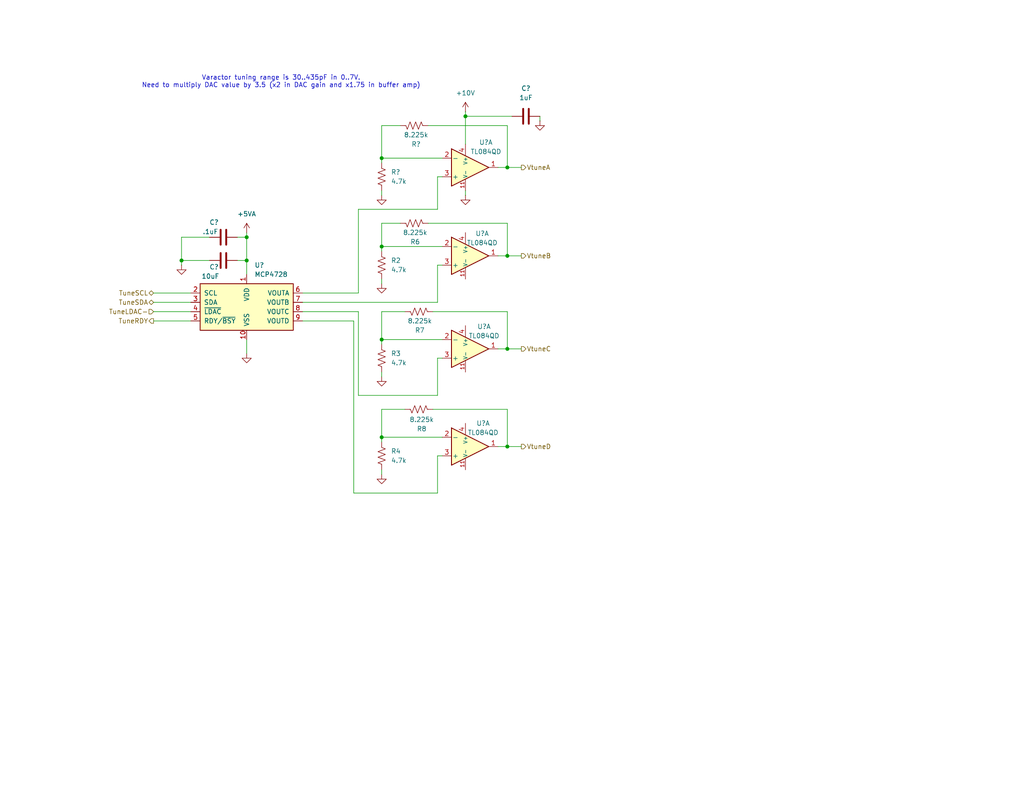
<source format=kicad_sch>
(kicad_sch (version 20250114) (generator "eeschema") (generator_version "9.0")
  (paper "A")
  (title_block (title "Tuning DAC") (date "2025-03-23") (company "SoftShack") (comment 1 "Alan Mimms") (comment 2 "WB7NAB"))
  (lib_symbols
    (symbol "Analog_DAC:MCP4728" (pin_names (offset 1.016))
      (property "Reference" "U" (at -12.7 6.35 0))
      (property "Value" "MCP4728" (at 12.7 6.35 0))
      (symbol "MCP4728_0_1"
        (rectangle (start -12.7 5.08) (end 12.7 -7.62) (stroke (width 0.254)) (fill (type background)))
      )
      (symbol "MCP4728_1_1"
        (pin input line (at -15.24 2.54 0) (length 2.54) (name "SCL") (number "2"))
        (pin bidirectional line (at -15.24 0 0) (length 2.54) (name "SDA") (number "3"))
        (pin input line (at -15.24 -2.54 0) (length 2.54) (name "~{LDAC}") (number "4"))
        (pin output line (at -15.24 -5.08 0) (length 2.54) (name "RDY/~{BSY}") (number "5"))
        (pin power_in line (at 0 7.62 270) (length 2.54) (name "VDD") (number "1"))
        (pin power_in line (at 0 -10.16 90) (length 2.54) (name "VSS") (number "10"))
        (pin output line (at 15.24 2.54 180) (length 2.54) (name "VOUTA") (number "6"))
        (pin output line (at 15.24 0 180) (length 2.54) (name "VOUTB") (number "7"))
        (pin output line (at 15.24 -2.54 180) (length 2.54) (name "VOUTC") (number "8"))
        (pin output line (at 15.24 -5.08 180) (length 2.54) (name "VOUTD") (number "9"))
      )
    )
    (symbol "Device:C" (pin_numbers (hide yes)) (pin_names (offset 0.254))
      (property "Reference" "C" (at 0.635 2.54 0))
      (property "Value" "C" (at 0.635 -2.54 0))
      (symbol "C_0_1"
        (polyline (pts (xy -2.032 0.762) (xy 2.032 0.762)) (stroke (width 0.508)))
        (polyline (pts (xy -2.032 -0.762) (xy 2.032 -0.762)) (stroke (width 0.508)))
      )
      (symbol "C_1_1"
        (pin passive line (at 0 3.81 270) (length 2.794) (name "~") (number "1"))
        (pin passive line (at 0 -3.81 90) (length 2.794) (name "~") (number "2"))
      )
    )
    (symbol "Device:R_US" (pin_numbers (hide yes)) (pin_names (offset 0))
      (property "Reference" "R" (at 2.54 0 90))
      (property "Value" "R_US" (at -2.54 0 90))
      (symbol "R_US_0_1"
        (polyline (pts (xy 0 2.286) (xy 0 2.54)))
        (polyline (pts (xy 0 2.286) (xy 1.016 1.905) (xy 0 1.524) (xy -1.016 1.143) (xy 0 0.762)))
        (polyline (pts (xy 0 0.762) (xy 1.016 0.381) (xy 0 0) (xy -1.016 -0.381) (xy 0 -0.762)))
        (polyline (pts (xy 0 -0.762) (xy 1.016 -1.143) (xy 0 -1.524) (xy -1.016 -1.905) (xy 0 -2.286)))
        (polyline (pts (xy 0 -2.286) (xy 0 -2.54)))
      )
      (symbol "R_US_1_1"
        (pin passive line (at 0 3.81 270) (length 1.27) (name "~") (number "1"))
        (pin passive line (at 0 -3.81 90) (length 1.27) (name "~") (number "2"))
      )
    )
    (symbol "PCM_Amplifier_Operational_AKL:TL084QD" (pin_names (offset 0.2))
      (property "Reference" "U" (at 1.27 7.62 0))
      (property "Value" "TL084QD" (at 1.27 5.08 0))
      (symbol "TL084QD_0_1"
        (polyline (pts (xy -3.81 5.08) (xy -3.81 -5.08) (xy 6.35 0) (xy -3.81 5.08)) (stroke (width 0.254)) (fill (type background)))
      )
      (symbol "TL084QD_1_1"
        (pin input line (at -6.35 2.54 0) (length 2.54) (name "-") (number "2"))
        (pin input line (at -6.35 -2.54 0) (length 2.54) (name "+") (number "3"))
        (pin power_in line (at 0 6.35 270) (length 3.18) (name "V+") (number "4"))
        (pin power_in line (at 0 -6.35 90) (length 3.18) (name "V-") (number "11"))
        (pin output line (at 8.89 0 180) (length 2.54) (name "~") (number "1"))
      )
      (symbol "TL084QD_2_1"
        (pin input line (at -6.35 2.54 0) (length 2.54) (name "-") (number "6"))
        (pin input line (at -6.35 -2.54 0) (length 2.54) (name "+") (number "5"))
        (pin output line (at 8.89 0 180) (length 2.54) (name "~") (number "7"))
      )
      (symbol "TL084QD_3_1"
        (pin input line (at -6.35 2.54 0) (length 2.54) (name "-") (number "9"))
        (pin input line (at -6.35 -2.54 0) (length 2.54) (name "+") (number "10"))
        (pin output line (at 8.89 0 180) (length 2.54) (name "~") (number "8"))
      )
      (symbol "TL084QD_4_1"
        (pin input line (at -6.35 2.54 0) (length 2.54) (name "-") (number "13"))
        (pin input line (at -6.35 -2.54 0) (length 2.54) (name "+") (number "12"))
        (pin output line (at 8.89 0 180) (length 2.54) (name "~") (number "14"))
      )
    )
    (symbol "power:+10V" (power) (pin_numbers (hide yes)) (pin_names (offset 0) (hide yes))
      (property "Value" "+10V" (at 0 3.556 0))
      (symbol "+10V_0_1"
        (polyline (pts (xy -0.762 1.27) (xy 0 2.54)))
        (polyline (pts (xy 0 2.54) (xy 0.762 1.27)))
        (polyline (pts (xy 0 0) (xy 0 2.54)))
      )
      (symbol "+10V_1_1"
        (pin power_in line (at 0 0 90) (length 0) (name "~") (number "1"))
      )
    )
    (symbol "power:+5VA" (power) (pin_numbers (hide yes)) (pin_names (offset 0) (hide yes))
      (property "Value" "+5VA" (at 0 3.556 0))
      (symbol "+5VA_0_1"
        (polyline (pts (xy -0.762 1.27) (xy 0 2.54)))
        (polyline (pts (xy 0 2.54) (xy 0.762 1.27)))
        (polyline (pts (xy 0 0) (xy 0 2.54)))
      )
      (symbol "+5VA_1_1"
        (pin power_in line (at 0 0 90) (length 0) (name "~") (number "1"))
      )
    )
    (symbol "power:GND" (power) (pin_numbers (hide yes)) (pin_names (offset 0) (hide yes))
      (property "Value" "GND" (at 0 -3.81 0))
      (symbol "GND_0_1"
        (polyline (pts (xy 0 0) (xy 0 -1.27) (xy 1.27 -1.27) (xy 0 -2.54) (xy -1.27 -1.27) (xy 0 -1.27)))
      )
      (symbol "GND_1_1"
        (pin power_in line (at 0 0 270) (length 0) (name "~") (number "1"))
      )
    )
  )
  (text "Varactor tuning range is 30..435pF in 0..7V.\nNeed to multiply DAC value by 3.5 (x2 in DAC gain and x1.75 in buffer amp)" (at 76.708 22.352 0) (effects (font (size 1.27 1.27))))
  (junction (at 127 31.75))
  (junction (at 67.31 64.77))
  (junction (at 104.14 92.71))
  (junction (at 138.43 95.25))
  (junction (at 67.31 71.12))
  (junction (at 138.43 121.92))
  (junction (at 104.14 67.31))
  (junction (at 138.43 45.72))
  (junction (at 104.14 119.38))
  (junction (at 49.53 71.12))
  (junction (at 104.14 43.18))
  (junction (at 138.43 69.85))
  (wire (pts (xy 104.14 101.6) (xy 104.14 102.87)))
  (wire (pts (xy 104.14 76.2) (xy 104.14 77.47)))
  (wire (pts (xy 97.79 57.15) (xy 97.79 80.01)))
  (wire (pts (xy 104.14 93.98) (xy 104.14 92.71)))
  (wire (pts (xy 82.55 82.55) (xy 119.38 82.55)))
  (wire (pts (xy 67.31 92.71) (xy 67.31 96.52)))
  (wire (pts (xy 138.43 60.96) (xy 138.43 69.85)))
  (wire (pts (xy 118.11 111.76) (xy 138.43 111.76)))
  (wire (pts (xy 104.14 67.31) (xy 104.14 68.58)))
  (wire (pts (xy 127 31.75) (xy 139.7 31.75)))
  (wire (pts (xy 96.52 87.63) (xy 96.52 134.62)))
  (wire (pts (xy 119.38 57.15) (xy 119.38 48.26)))
  (wire (pts (xy 119.38 124.46) (xy 120.65 124.46)))
  (wire (pts (xy 41.91 85.09) (xy 52.07 85.09)))
  (wire (pts (xy 135.89 121.92) (xy 138.43 121.92)))
  (wire (pts (xy 116.84 34.29) (xy 138.43 34.29)))
  (wire (pts (xy 119.38 134.62) (xy 119.38 124.46)))
  (wire (pts (xy 135.89 95.25) (xy 138.43 95.25)))
  (wire (pts (xy 127 30.48) (xy 127 31.75)))
  (wire (pts (xy 104.14 120.65) (xy 104.14 119.38)))
  (wire (pts (xy 119.38 48.26) (xy 120.65 48.26)))
  (wire (pts (xy 97.79 107.95) (xy 119.38 107.95)))
  (wire (pts (xy 138.43 95.25) (xy 142.24 95.25)))
  (wire (pts (xy 116.84 60.96) (xy 138.43 60.96)))
  (wire (pts (xy 138.43 45.72) (xy 135.89 45.72)))
  (wire (pts (xy 138.43 121.92) (xy 142.24 121.92)))
  (wire (pts (xy 119.38 57.15) (xy 97.79 57.15)))
  (wire (pts (xy 57.15 64.77) (xy 49.53 64.77)))
  (wire (pts (xy 49.53 64.77) (xy 49.53 71.12)))
  (wire (pts (xy 127 52.07) (xy 127 53.34)))
  (wire (pts (xy 104.14 34.29) (xy 104.14 43.18)))
  (wire (pts (xy 64.77 71.12) (xy 67.31 71.12)))
  (wire (pts (xy 104.14 85.09) (xy 104.14 92.71)))
  (wire (pts (xy 119.38 107.95) (xy 119.38 97.79)))
  (wire (pts (xy 67.31 63.5) (xy 67.31 64.77)))
  (wire (pts (xy 41.91 87.63) (xy 52.07 87.63)))
  (wire (pts (xy 104.14 67.31) (xy 120.65 67.31)))
  (wire (pts (xy 110.49 85.09) (xy 104.14 85.09)))
  (wire (pts (xy 49.53 72.39) (xy 49.53 71.12)))
  (wire (pts (xy 104.14 128.27) (xy 104.14 129.54)))
  (wire (pts (xy 109.22 60.96) (xy 104.14 60.96)))
  (wire (pts (xy 96.52 134.62) (xy 119.38 134.62)))
  (wire (pts (xy 135.89 69.85) (xy 138.43 69.85)))
  (wire (pts (xy 104.14 119.38) (xy 120.65 119.38)))
  (wire (pts (xy 138.43 111.76) (xy 138.43 121.92)))
  (wire (pts (xy 82.55 87.63) (xy 96.52 87.63)))
  (wire (pts (xy 104.14 44.45) (xy 104.14 43.18)))
  (wire (pts (xy 104.14 111.76) (xy 104.14 119.38)))
  (wire (pts (xy 147.32 31.75) (xy 147.32 33.02)))
  (wire (pts (xy 104.14 52.07) (xy 104.14 53.34)))
  (wire (pts (xy 138.43 85.09) (xy 138.43 95.25)))
  (wire (pts (xy 104.14 34.29) (xy 109.22 34.29)))
  (wire (pts (xy 118.11 85.09) (xy 138.43 85.09)))
  (wire (pts (xy 104.14 60.96) (xy 104.14 67.31)))
  (wire (pts (xy 138.43 45.72) (xy 142.24 45.72)))
  (wire (pts (xy 138.43 34.29) (xy 138.43 45.72)))
  (wire (pts (xy 67.31 71.12) (xy 67.31 74.93)))
  (wire (pts (xy 104.14 92.71) (xy 120.65 92.71)))
  (wire (pts (xy 41.91 82.55) (xy 52.07 82.55)))
  (wire (pts (xy 119.38 97.79) (xy 120.65 97.79)))
  (wire (pts (xy 49.53 71.12) (xy 57.15 71.12)))
  (wire (pts (xy 97.79 80.01) (xy 82.55 80.01)))
  (wire (pts (xy 104.14 43.18) (xy 120.65 43.18)))
  (wire (pts (xy 97.79 85.09) (xy 97.79 107.95)))
  (wire (pts (xy 138.43 69.85) (xy 142.24 69.85)))
  (wire (pts (xy 119.38 72.39) (xy 120.65 72.39)))
  (wire (pts (xy 110.49 111.76) (xy 104.14 111.76)))
  (wire (pts (xy 119.38 82.55) (xy 119.38 72.39)))
  (wire (pts (xy 67.31 64.77) (xy 67.31 71.12)))
  (wire (pts (xy 64.77 64.77) (xy 67.31 64.77)))
  (wire (pts (xy 82.55 85.09) (xy 97.79 85.09)))
  (wire (pts (xy 127 31.75) (xy 127 39.37)))
  (wire (pts (xy 41.91 80.01) (xy 52.07 80.01)))
  (hierarchical_label "TuneLDAC-" (shape input) (at 41.91 85.09 180))
  (hierarchical_label "VtuneA" (shape output) (at 142.24 45.72 0))
  (hierarchical_label "VtuneC" (shape output) (at 142.24 95.25 0))
  (hierarchical_label "TuneRDY" (shape output) (at 41.91 87.63 180))
  (hierarchical_label "VtuneB" (shape output) (at 142.24 69.85 0))
  (hierarchical_label "VtuneD" (shape output) (at 142.24 121.92 0))
  (hierarchical_label "TuneSCL" (shape bidirectional) (at 41.91 80.01 180))
  (hierarchical_label "TuneSDA" (shape bidirectional) (at 41.91 82.55 180))
  (symbol (lib_id "Device:C") (at 60.96 64.77 90) (unit 1)
    (property "Reference" "C?" (at 58.42 60.706 90))
    (property "Value" ".1uF" (at 57.404 63.246 90))
    (property "Description" "Unpolarized capacitor" (effects (hide yes)))
    (instances (project "USB-SSB-txcvr" (path "" (reference "C?") (unit 1)) (path "" (reference "C4") (unit 1))))
  )
  (symbol (lib_id "Device:R_US") (at 113.03 60.96 90) (mirror x) (unit 1)
    (property "Reference" "R6" (at 113.284 66.04 90))
    (property "Value" "8.225k" (at 113.284 63.5 90))
    (property "Description" "Resistor, US symbol" (effects (hide yes)))
    (instances (project "USB-SSB-txcvr" (path "" (reference "R6") (unit 1)) (path "" (reference "R14") (unit 1))))
  )
  (symbol (lib_id "power:GND") (at 104.14 77.47 0) (unit 1)
    (property "Reference" "#PWR02" (effects (hide yes)))
    (property "Value" "GND" (effects (hide yes)))
    (property "Description" "Power symbol creates a global label with name \"GND\" , ground" (effects (hide yes)))
    (instances (project "USB-SSB-txcvr" (path "" (reference "#PWR02") (unit 1)) (path "" (reference "#PWR015") (unit 1))))
  )
  (symbol (lib_id "Device:R_US") (at 114.3 85.09 90) (mirror x) (unit 1)
    (property "Reference" "R7" (at 114.554 90.17 90))
    (property "Value" "8.225k" (at 114.554 87.63 90))
    (property "Description" "Resistor, US symbol" (effects (hide yes)))
    (instances (project "USB-SSB-txcvr" (path "" (reference "R7") (unit 1)) (path "" (reference "R15") (unit 1))))
  )
  (symbol (lib_id "Device:R_US") (at 104.14 124.46 0) (unit 1)
    (property "Reference" "R4" (at 106.68 123.1899 0) (effects (justify left)))
    (property "Value" "4.7k" (at 106.68 125.7299 0) (effects (justify left)))
    (property "Description" "Resistor, US symbol" (effects (hide yes)))
    (instances (project "USB-SSB-txcvr" (path "" (reference "R4") (unit 1)) (path "" (reference "R12") (unit 1))))
  )
  (symbol (lib_id "Device:R_US") (at 104.14 97.79 0) (unit 1)
    (property "Reference" "R3" (at 106.68 96.5199 0) (effects (justify left)))
    (property "Value" "4.7k" (at 106.68 99.0599 0) (effects (justify left)))
    (property "Description" "Resistor, US symbol" (effects (hide yes)))
    (instances (project "USB-SSB-txcvr" (path "" (reference "R3") (unit 1)) (path "" (reference "R11") (unit 1))))
  )
  (symbol (lib_id "PCM_Amplifier_Operational_AKL:TL084QD") (at 127 45.72 0) (unit 1)
    (property "Reference" "U?" (at 132.588 38.862 0))
    (property "Value" "TL084QD" (at 132.588 41.402 0))
    (property "Footprint" "PCM_Package_SO_AKL:SOIC-14_3.9x8.7mm_P1.27mm" (effects (hide yes)))
    (property "Datasheet" "https://www.ti.com/lit/ds/symlink/tl081h.pdf?ts=1635082419092&ref_url=https%253A%252F%252Fwww.google.com%252F" (effects (hide yes)))
    (property "Description" "SO-14 Quad JFET Operational Amplifier, 9mV Offset, 3MHz GBW, Alternate KiCAD Library" (effects (hide yes)))
    (instances (project "USB-SSB-txcvr" (path "" (reference "U?") (unit 1)) (path "" (reference "U4") (unit 1))))
  )
  (symbol (lib_id "power:GND") (at 147.32 33.02 0) (unit 1)
    (property "Reference" "#PWR07" (effects (hide yes)))
    (property "Value" "GND" (effects (hide yes)))
    (property "Description" "Power symbol creates a global label with name \"GND\" , ground" (effects (hide yes)))
    (instances (project "USB-SSB-txcvr" (path "" (reference "#PWR07") (unit 1)) (path "" (reference "#PWR020") (unit 1))))
  )
  (symbol (lib_id "power:GND") (at 104.14 53.34 0) (unit 1)
    (property "Reference" "#PWR?" (effects (hide yes)))
    (property "Value" "GND" (effects (hide yes)))
    (property "Description" "Power symbol creates a global label with name \"GND\" , ground" (effects (hide yes)))
    (instances (project "USB-SSB-txcvr" (path "" (reference "#PWR?") (unit 1)) (path "" (reference "#PWR014") (unit 1))))
  )
  (symbol (lib_id "PCM_Amplifier_Operational_AKL:TL084QD") (at 127 95.25 0) (unit 1)
    (property "Reference" "U?" (at 132.08 89.154 0))
    (property "Value" "TL084QD" (at 132.08 91.694 0))
    (property "Footprint" "PCM_Package_SO_AKL:SOIC-14_3.9x8.7mm_P1.27mm" (effects (hide yes)))
    (property "Datasheet" "https://www.ti.com/lit/ds/symlink/tl081h.pdf?ts=1635082419092&ref_url=https%253A%252F%252Fwww.google.com%252F" (effects (hide yes)))
    (property "Description" "SO-14 Quad JFET Operational Amplifier, 9mV Offset, 3MHz GBW, Alternate KiCAD Library" (effects (hide yes)))
    (instances (project "USB-SSB-txcvr" (path "" (reference "U?") (unit 1)) (path "" (reference "U4") (unit 3))))
  )
  (symbol (lib_id "Device:R_US") (at 114.3 111.76 90) (mirror x) (unit 1)
    (property "Reference" "R8" (at 115.062 117.094 90))
    (property "Value" "8.225k" (at 115.062 114.554 90))
    (property "Description" "Resistor, US symbol" (effects (hide yes)))
    (instances (project "USB-SSB-txcvr" (path "" (reference "R8") (unit 1)) (path "" (reference "R16") (unit 1))))
  )
  (symbol (lib_id "power:GND") (at 104.14 129.54 0) (unit 1)
    (property "Reference" "#PWR04" (effects (hide yes)))
    (property "Value" "GND" (effects (hide yes)))
    (property "Description" "Power symbol creates a global label with name \"GND\" , ground" (effects (hide yes)))
    (instances (project "USB-SSB-txcvr" (path "" (reference "#PWR04") (unit 1)) (path "" (reference "#PWR017") (unit 1))))
  )
  (symbol (lib_id "Analog_DAC:MCP4728") (at 67.31 82.55 0) (unit 1)
    (property "Reference" "U?" (at 69.4533 72.39 0) (effects (justify left)))
    (property "Value" "MCP4728" (at 69.4533 74.93 0) (effects (justify left)))
    (property "Footprint" "Package_SO:MSOP-10_3x3mm_P0.5mm" (effects (hide yes)))
    (property "Datasheet" "http://ww1.microchip.com/downloads/en/DeviceDoc/22187E.pdf" (effects (hide yes)))
    (property "Description" "12-bit digital to analog converter, quad output, 2.048V internal reference, integrated EEPROM, I2C interface" (effects (hide yes)))
    (instances (project "USB-SSB-txcvr" (path "" (reference "U?") (unit 1)) (path "" (reference "U2") (unit 1))))
  )
  (symbol (lib_id "Device:R_US") (at 104.14 48.26 0) (unit 1)
    (property "Reference" "R?" (at 106.68 46.9899 0) (effects (justify left)))
    (property "Value" "4.7k" (at 106.68 49.5299 0) (effects (justify left)))
    (property "Description" "Resistor, US symbol" (effects (hide yes)))
    (instances (project "USB-SSB-txcvr" (path "" (reference "R?") (unit 1)) (path "" (reference "R9") (unit 1))))
  )
  (symbol (lib_id "power:+10V") (at 127 30.48 0) (unit 1)
    (property "Reference" "#PWR?" (effects (hide yes)))
    (property "Value" "+10V" (at 127 25.4 0))
    (property "Description" "Power symbol creates a global label with name \"+10V\"" (effects (hide yes)))
    (instances (project "USB-SSB-txcvr" (path "" (reference "#PWR?") (unit 1)) (path "" (reference "#PWR018") (unit 1))))
  )
  (symbol (lib_id "PCM_Amplifier_Operational_AKL:TL084QD") (at 127 69.85 0) (unit 1)
    (property "Reference" "U?" (at 131.572 63.754 0))
    (property "Value" "TL084QD" (at 131.572 66.294 0))
    (property "Footprint" "PCM_Package_SO_AKL:SOIC-14_3.9x8.7mm_P1.27mm" (effects (hide yes)))
    (property "Datasheet" "https://www.ti.com/lit/ds/symlink/tl081h.pdf?ts=1635082419092&ref_url=https%253A%252F%252Fwww.google.com%252F" (effects (hide yes)))
    (property "Description" "SO-14 Quad JFET Operational Amplifier, 9mV Offset, 3MHz GBW, Alternate KiCAD Library" (effects (hide yes)))
    (instances (project "USB-SSB-txcvr" (path "" (reference "U?") (unit 1)) (path "" (reference "U4") (unit 2))))
  )
  (symbol (lib_id "power:GND") (at 67.31 96.52 0) (unit 1)
    (property "Reference" "#PWR?" (effects (hide yes)))
    (property "Value" "GND" (effects (hide yes)))
    (property "Description" "Power symbol creates a global label with name \"GND\" , ground" (effects (hide yes)))
    (instances (project "USB-SSB-txcvr" (path "" (reference "#PWR?") (unit 1)) (path "" (reference "#PWR013") (unit 1))))
  )
  (symbol (lib_id "power:GND") (at 127 53.34 0) (unit 1)
    (property "Reference" "#PWR06" (effects (hide yes)))
    (property "Value" "GND" (effects (hide yes)))
    (property "Description" "Power symbol creates a global label with name \"GND\" , ground" (effects (hide yes)))
    (instances (project "USB-SSB-txcvr" (path "" (reference "#PWR06") (unit 1)) (path "" (reference "#PWR019") (unit 1))))
  )
  (symbol (lib_id "Device:R_US") (at 113.03 34.29 90) (mirror x) (unit 1)
    (property "Reference" "R?" (at 113.538 39.37 90))
    (property "Value" "8.225k" (at 113.538 36.83 90))
    (property "Description" "Resistor, US symbol" (effects (hide yes)))
    (instances (project "USB-SSB-txcvr" (path "" (reference "R?") (unit 1)) (path "" (reference "R13") (unit 1))))
  )
  (symbol (lib_id "Device:R_US") (at 104.14 72.39 0) (unit 1)
    (property "Reference" "R2" (at 106.68 71.1199 0) (effects (justify left)))
    (property "Value" "4.7k" (at 106.68 73.6599 0) (effects (justify left)))
    (property "Description" "Resistor, US symbol" (effects (hide yes)))
    (instances (project "USB-SSB-txcvr" (path "" (reference "R2") (unit 1)) (path "" (reference "R10") (unit 1))))
  )
  (symbol (lib_id "power:GND") (at 104.14 102.87 0) (unit 1)
    (property "Reference" "#PWR03" (effects (hide yes)))
    (property "Value" "GND" (effects (hide yes)))
    (property "Description" "Power symbol creates a global label with name \"GND\" , ground" (effects (hide yes)))
    (instances (project "USB-SSB-txcvr" (path "" (reference "#PWR03") (unit 1)) (path "" (reference "#PWR016") (unit 1))))
  )
  (symbol (lib_id "PCM_Amplifier_Operational_AKL:TL084QD") (at 127 121.92 0) (unit 1)
    (property "Reference" "U?" (at 131.826 115.57 0))
    (property "Value" "TL084QD" (at 131.826 118.11 0))
    (property "Footprint" "PCM_Package_SO_AKL:SOIC-14_3.9x8.7mm_P1.27mm" (effects (hide yes)))
    (property "Datasheet" "https://www.ti.com/lit/ds/symlink/tl081h.pdf?ts=1635082419092&ref_url=https%253A%252F%252Fwww.google.com%252F" (effects (hide yes)))
    (property "Description" "SO-14 Quad JFET Operational Amplifier, 9mV Offset, 3MHz GBW, Alternate KiCAD Library" (effects (hide yes)))
    (instances (project "USB-SSB-txcvr" (path "" (reference "U?") (unit 1)) (path "" (reference "U4") (unit 4))))
  )
  (symbol (lib_id "Device:C") (at 60.96 71.12 90) (mirror x) (unit 1)
    (property "Reference" "C?" (at 58.42 72.898 90))
    (property "Value" "10uF" (at 57.404 75.438 90))
    (property "Description" "Unpolarized capacitor" (effects (hide yes)))
    (instances (project "USB-SSB-txcvr" (path "" (reference "C?") (unit 1)) (path "" (reference "C5") (unit 1))))
  )
  (symbol (lib_id "power:GND") (at 49.53 72.39 0) (unit 1)
    (property "Reference" "#PWR010" (effects (hide yes)))
    (property "Value" "GND" (effects (hide yes)))
    (property "Description" "Power symbol creates a global label with name \"GND\" , ground" (effects (hide yes)))
    (instances (project "USB-SSB-txcvr" (path "" (reference "#PWR010") (unit 1)) (path "" (reference "#PWR011") (unit 1))))
  )
  (symbol (lib_id "Device:C") (at 143.51 31.75 90) (unit 1)
    (property "Reference" "C?" (at 143.51 24.13 90))
    (property "Value" "1uF" (at 143.51 26.67 90))
    (property "Description" "Unpolarized capacitor" (effects (hide yes)))
    (instances (project "USB-SSB-txcvr" (path "" (reference "C?") (unit 1)) (path "" (reference "C6") (unit 1))))
  )
  (symbol (lib_id "power:+5VA") (at 67.31 63.5 0) (unit 1)
    (property "Reference" "#PWR?" (effects (hide yes)))
    (property "Value" "+5VA" (at 67.31 58.42 0))
    (property "Description" "Power symbol creates a global label with name \"+5VA\"" (effects (hide yes)))
    (instances (project "USB-SSB-txcvr" (path "" (reference "#PWR?") (unit 1)) (path "" (reference "#PWR012") (unit 1))))
  )
)
</source>
